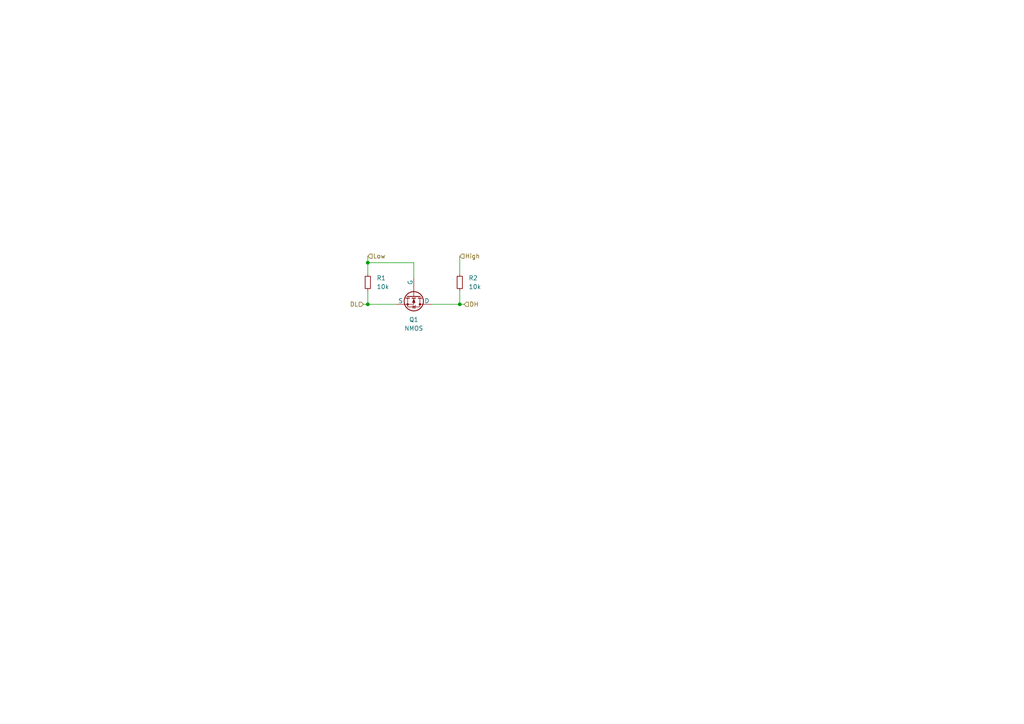
<source format=kicad_sch>
(kicad_sch (version 20230121) (generator eeschema)
  (paper "A4")
  (lib_symbols
    (symbol "Device:R_Small" (pin_numbers hide) (pin_names (offset 0.254) hide)
      (property "Reference" "R" (at 0.762 0.508 0))
      (property "Value" "R_Small" (at 0.762 -1.016 0))
      (symbol "R_Small_0_1"
        (rectangle (start -0.762 1.778) (end 0.762 -1.778) (stroke (width 0.2032)))
      )
      (symbol "R_Small_1_1"
        (pin passive line (at 0 2.54 270) (length 0.762) (name "~") (number "1"))
        (pin passive line (at 0 -2.54 90) (length 0.762) (name "~") (number "2"))
      )
    )
    (symbol "Simulation_SPICE:NMOS" (pin_numbers hide) (pin_names (offset 0))
      (property "Reference" "Q" (at 5.08 1.27 0))
      (property "Value" "NMOS" (at 5.08 -1.27 0))
      (symbol "NMOS_0_1"
        (polyline (pts (xy 0.254 0) (xy -2.54 0)))
        (polyline (pts (xy 0.254 1.905) (xy 0.254 -1.905)) (stroke (width 0.254)))
        (polyline (pts (xy 0.762 -1.27) (xy 0.762 -2.286)) (stroke (width 0.254)))
        (polyline (pts (xy 0.762 0.508) (xy 0.762 -0.508)) (stroke (width 0.254)))
        (polyline (pts (xy 0.762 2.286) (xy 0.762 1.27)) (stroke (width 0.254)))
        (polyline (pts (xy 2.54 2.54) (xy 2.54 1.778)))
        (polyline (pts (xy 2.54 -2.54) (xy 2.54 0) (xy 0.762 0)))
        (polyline (pts (xy 0.762 -1.778) (xy 3.302 -1.778) (xy 3.302 1.778) (xy 0.762 1.778)))
        (polyline (pts (xy 1.016 0) (xy 2.032 0.381) (xy 2.032 -0.381) (xy 1.016 0)) (fill (type outline)))
        (polyline (pts (xy 2.794 0.508) (xy 2.921 0.381) (xy 3.683 0.381) (xy 3.81 0.254)))
        (polyline (pts (xy 3.302 0.381) (xy 2.921 -0.254) (xy 3.683 -0.254) (xy 3.302 0.381)))
        (circle (center 1.651 0) (radius 2.794) (stroke (width 0.254)))
        (circle (center 2.54 -1.778) (radius 0.254) (fill (type outline)))
        (circle (center 2.54 1.778) (radius 0.254) (fill (type outline)))
      )
      (symbol "NMOS_1_1"
        (pin passive line (at 2.54 5.08 270) (length 2.54) (name "D") (number "1"))
        (pin input line (at -5.08 0 0) (length 2.54) (name "G") (number "2"))
        (pin passive line (at 2.54 -5.08 90) (length 2.54) (name "S") (number "3"))
      )
    )
  )
  (junction (at 106.68 76.2))
  (junction (at 133.35 88.265))
  (junction (at 106.68 88.265))
  (wire (pts (xy 106.68 84.455) (xy 106.68 88.265)))
  (wire (pts (xy 133.35 88.265) (xy 134.62 88.265)))
  (wire (pts (xy 105.41 88.265) (xy 106.68 88.265)))
  (wire (pts (xy 133.35 74.295) (xy 133.35 79.375)))
  (wire (pts (xy 106.68 76.2) (xy 106.68 79.375)))
  (wire (pts (xy 120.015 80.645) (xy 120.015 76.2)))
  (wire (pts (xy 106.68 74.295) (xy 106.68 76.2)))
  (wire (pts (xy 106.68 88.265) (xy 114.935 88.265)))
  (wire (pts (xy 106.68 76.2) (xy 120.015 76.2)))
  (wire (pts (xy 125.095 88.265) (xy 133.35 88.265)))
  (wire (pts (xy 133.35 88.265) (xy 133.35 84.455)))
  (hierarchical_label "DL" (shape input) (at 105.41 88.265 180))
  (hierarchical_label "DH" (shape input) (at 134.62 88.265 0))
  (hierarchical_label "High" (shape input) (at 133.35 74.295 0))
  (hierarchical_label "Low" (shape input) (at 106.68 74.295 0))
  (symbol (lib_id "Device:R_Small") (at 106.68 81.915 0) (unit 1)
    (property "Reference" "R1" (at 109.22 80.645 0) (effects (justify left)))
    (property "Value" "10k" (at 109.22 83.185 0) (effects (justify left)))
    (instances (project "jsnsr04t" (path "" (reference "R1") (unit 1)) (path "" (reference "R3") (unit 1)) (path "" (reference "R5") (unit 1))))
  )
  (symbol (lib_id "Device:R_Small") (at 133.35 81.915 0) (unit 1)
    (property "Reference" "R2" (at 135.89 80.645 0) (effects (justify left)))
    (property "Value" "10k" (at 135.89 83.185 0) (effects (justify left)))
    (instances (project "jsnsr04t" (path "" (reference "R2") (unit 1)) (path "" (reference "R4") (unit 1)) (path "" (reference "R6") (unit 1))))
  )
  (symbol (lib_id "Simulation_SPICE:NMOS") (at 120.015 85.725 270) (unit 1)
    (property "Reference" "Q1" (at 120.015 92.71 90))
    (property "Value" "NMOS" (at 120.015 95.25 90))
    (property "Datasheet" "https://ngspice.sourceforge.io/docs/ngspice-manual.pdf" (effects hide))
    (property "Sim.Device" "NMOS" (effects hide))
    (property "Sim.Type" "VDMOS" (effects hide))
    (property "Sim.Pins" "1=D 2=G 3=S" (effects hide))
    (instances (project "jsnsr04t" (path "" (reference "Q1") (unit 1)) (path "" (reference "Q2") (unit 1)) (path "" (reference "Q3") (unit 1))))
  )
)
</source>
